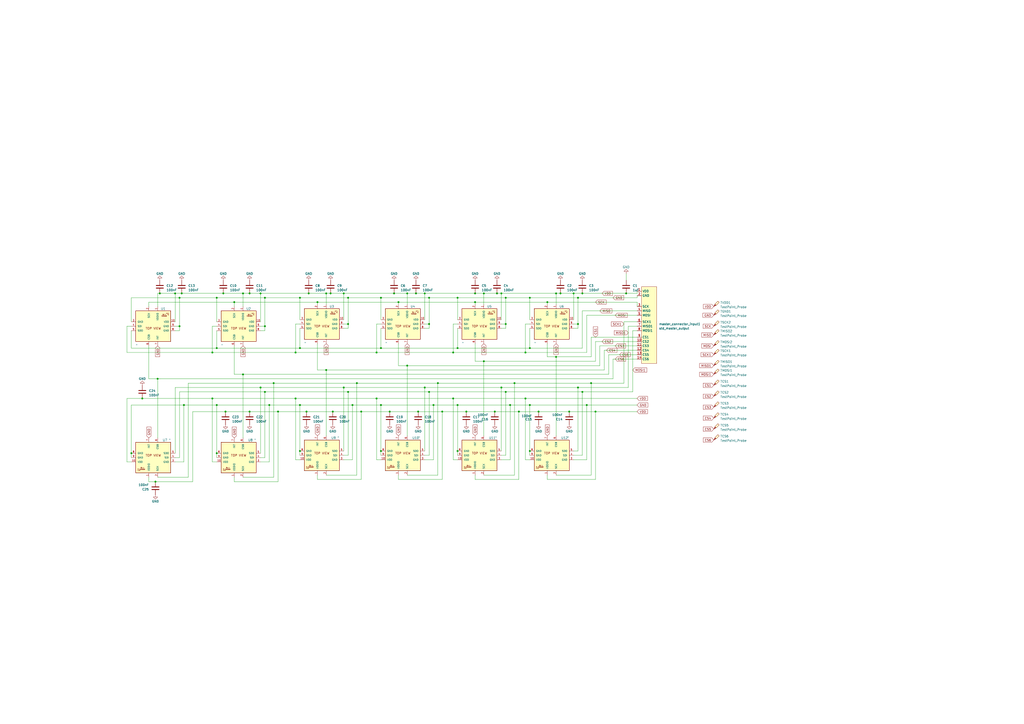
<source format=kicad_sch>
(kicad_sch (version 20230121) (generator eeschema)
  (paper "A2")
  (lib_symbols
    (symbol "BMP581_symbol:BMP581" (pin_names (offset 1.016))
      (property "Reference" "U" (at -10.16 10.414 0))
      (symbol "BMP581_0_0"
        (rectangle (start -10.16 10.16) (end 10.16 -7.62) (stroke (width 0.254)) (fill (type background)))
        (pin power_in line (at 2.54 12.7 270) (length 2.54) (name "VDDIO") (number "1"))
        (pin power_in line (at 12.7 3.81 180) (length 2.54) (name "VDD") (number "10"))
        (pin power_in line (at -12.7 3.81 0) (length 2.54) (name "GND") (number "3"))
        (pin input line (at -2.54 -10.16 90) (length 2.54) (name "CSB") (number "6"))
        (pin output line (at 2.54 -10.16 90) (length 2.54) (name "INT") (number "7"))
        (pin power_in line (at 12.7 -1.27 180) (length 2.54) (name "GND") (number "8"))
        (pin power_in line (at 12.7 1.27 180) (length 2.54) (name "GND") (number "9"))
      )
      (symbol "BMP581_1_0"
        (pin input line (at -2.54 12.7 270) (length 2.54) (name "SCK") (number "2"))
        (pin bidirectional line (at -12.7 1.27 0) (length 2.54) (name "SDI") (number "4"))
        (pin bidirectional line (at -12.7 -1.27 0) (length 2.54) (name "SDO") (number "5"))
      )
      (symbol "BMP581_1_1"
        (polyline (pts (xy 7.62 8.89) (xy 8.89 8.89) (xy 8.89 7.62) (xy 7.62 8.89)))
        (text "Pin 1\nIndicator" (at 6.35 7.62 0) (effects (font (size 0.5 0.5))))
        (text "TOP VIEW" (at 0 0 0) (effects (font (size 1.27 1.27))))
      )
    )
    (symbol "BMP581_symbol:std_master_output"
      (property "Reference" "master_connector_input" (at -1.27 27.94 0))
      (property "Value" "std_master_output" (at 0 -21.59 0))
      (symbol "std_master_output_1_1"
        (rectangle (start -5.08 25.4) (end 3.81 -19.05) (fill (type background)))
        (pin output line (at 6.35 22.86 180) (length 2.54) (name "VDD") (number "1"))
        (pin output line (at 6.35 -6.35 180) (length 2.54) (name "CS2") (number "10"))
        (pin output line (at 6.35 -8.89 180) (length 2.54) (name "CS3") (number "11"))
        (pin output line (at 6.35 -11.43 180) (length 2.54) (name "CS4") (number "12"))
        (pin output line (at 6.35 -13.97 180) (length 2.54) (name "CS5") (number "13"))
        (pin output line (at 6.35 -16.51 180) (length 2.54) (name "CS6") (number "14"))
        (pin output line (at 6.35 20.32 180) (length 2.54) (name "GND") (number "2"))
        (pin output line (at 6.35 13.97 180) (length 2.54) (name "SCK") (number "3"))
        (pin input line (at 6.35 11.43 180) (length 2.54) (name "MISO") (number "4"))
        (pin output line (at 6.35 8.89 180) (length 2.54) (name "MOSI") (number "5"))
        (pin output line (at 6.35 5.08 180) (length 2.54) (name "SCK1") (number "6"))
        (pin input line (at 6.35 2.54 180) (length 2.54) (name "MISO1") (number "7"))
        (pin output line (at 6.35 0 180) (length 2.54) (name "MOSI1") (number "8"))
        (pin output line (at 6.35 -3.81 180) (length 2.54) (name "CS1") (number "9"))
      )
    )
    (symbol "Connector:TestPoint_Probe" (pin_numbers hide) (pin_names (offset 0.762) hide)
      (property "Reference" "TP" (at 1.651 5.842 0))
      (property "Value" "TestPoint_Probe" (at 1.651 4.064 0))
      (symbol "TestPoint_Probe_0_1"
        (polyline (pts (xy 1.27 0.762) (xy 0 0) (xy 0.762 1.27) (xy 1.27 0.762)) (fill (type outline)))
        (polyline (pts (xy 1.397 0.635) (xy 0.635 1.397) (xy 2.413 3.175) (xy 3.175 2.413) (xy 1.397 0.635)) (fill (type background)))
      )
      (symbol "TestPoint_Probe_1_1"
        (pin passive line (at 0 0 90) (length 0) (name "1") (number "1"))
      )
    )
    (symbol "Device:C" (pin_numbers hide) (pin_names (offset 0.254))
      (property "Reference" "C" (at 0.635 2.54 0))
      (property "Value" "C" (at 0.635 -2.54 0))
      (symbol "C_0_1"
        (polyline (pts (xy -2.032 -0.762) (xy 2.032 -0.762)) (stroke (width 0.508)))
        (polyline (pts (xy -2.032 0.762) (xy 2.032 0.762)) (stroke (width 0.508)))
      )
      (symbol "C_1_1"
        (pin passive line (at 0 3.81 270) (length 2.794) (name "~") (number "1"))
        (pin passive line (at 0 -3.81 90) (length 2.794) (name "~") (number "2"))
      )
    )
    (symbol "power:GND" (power) (pin_names (offset 0))
      (property "Value" "GND" (at 0 -3.81 0))
      (symbol "GND_0_1"
        (polyline (pts (xy 0 0) (xy 0 -1.27) (xy 1.27 -1.27) (xy 0 -2.54) (xy -1.27 -1.27) (xy 0 -1.27)))
      )
      (symbol "GND_1_1"
        (pin power_in line (at 0 0 270) (length 0) hide (name "GND") (number "1"))
      )
    )
  )
  (junction (at 280.67 170.18))
  (junction (at 184.15 175.26))
  (junction (at 201.93 227.33))
  (junction (at 256.54 238.76))
  (junction (at 104.14 172.72))
  (junction (at 275.59 170.18))
  (junction (at 82.55 231.14))
  (junction (at 220.98 234.95))
  (junction (at 207.01 222.25))
  (junction (at 125.73 262.89))
  (junction (at 189.23 214.63))
  (junction (at 342.9 222.25))
  (junction (at 304.8 204.47))
  (junction (at 199.39 170.18))
  (junction (at 104.14 189.23))
  (junction (at 265.43 261.62))
  (junction (at 171.45 231.14))
  (junction (at 265.43 234.95))
  (junction (at 290.83 224.79))
  (junction (at 330.2 238.76))
  (junction (at 125.73 201.93))
  (junction (at 156.21 234.95))
  (junction (at 135.89 175.26))
  (junction (at 307.34 201.93))
  (junction (at 312.42 238.76))
  (junction (at 241.3 170.18))
  (junction (at 304.8 231.14))
  (junction (at 179.07 170.18))
  (junction (at 307.34 261.62))
  (junction (at 265.43 201.93))
  (junction (at 151.13 224.79))
  (junction (at 158.75 222.25))
  (junction (at 248.92 227.33))
  (junction (at 91.44 219.71))
  (junction (at 153.67 189.23))
  (junction (at 254 222.25))
  (junction (at 101.6 170.18))
  (junction (at 246.38 224.79))
  (junction (at 193.04 238.76))
  (junction (at 251.46 234.95))
  (junction (at 173.99 172.72))
  (junction (at 199.39 224.79))
  (junction (at 265.43 172.72))
  (junction (at 236.22 170.18))
  (junction (at 226.06 238.76))
  (junction (at 140.97 217.17))
  (junction (at 322.58 207.01))
  (junction (at 236.22 212.09))
  (junction (at 153.67 172.72))
  (junction (at 270.51 238.76))
  (junction (at 151.13 170.18))
  (junction (at 242.57 238.76))
  (junction (at 209.55 238.76))
  (junction (at 90.17 279.4))
  (junction (at 220.98 172.72))
  (junction (at 171.45 204.47))
  (junction (at 345.44 238.76))
  (junction (at 248.92 172.72))
  (junction (at 218.44 204.47))
  (junction (at 340.36 234.95))
  (junction (at 105.41 170.18))
  (junction (at 248.92 187.96))
  (junction (at 144.78 238.76))
  (junction (at 287.02 238.76))
  (junction (at 123.19 231.14))
  (junction (at 191.77 170.18))
  (junction (at 173.99 261.62))
  (junction (at 337.82 170.18))
  (junction (at 293.37 227.33))
  (junction (at 293.37 172.72))
  (junction (at 204.47 234.95))
  (junction (at 293.37 187.96))
  (junction (at 290.83 170.18))
  (junction (at 161.29 238.76))
  (junction (at 295.91 234.95))
  (junction (at 288.29 170.18))
  (junction (at 262.89 204.47))
  (junction (at 92.71 170.18))
  (junction (at 144.78 170.18))
  (junction (at 123.19 204.47))
  (junction (at 130.81 238.76))
  (junction (at 325.12 170.18))
  (junction (at 307.34 234.95))
  (junction (at 173.99 201.93))
  (junction (at 76.2 262.89))
  (junction (at 231.14 175.26))
  (junction (at 298.45 222.25))
  (junction (at 220.98 261.62))
  (junction (at 153.67 227.33))
  (junction (at 173.99 234.95))
  (junction (at 275.59 175.26))
  (junction (at 201.93 172.72))
  (junction (at 177.8 238.76))
  (junction (at 335.28 224.79))
  (junction (at 125.73 172.72))
  (junction (at 106.68 234.95))
  (junction (at 246.38 170.18))
  (junction (at 262.89 231.14))
  (junction (at 189.23 170.18))
  (junction (at 322.58 170.18))
  (junction (at 228.6 170.18))
  (junction (at 140.97 170.18))
  (junction (at 335.28 187.96))
  (junction (at 335.28 172.72))
  (junction (at 129.54 170.18))
  (junction (at 337.82 227.33))
  (junction (at 218.44 231.14))
  (junction (at 307.34 172.72))
  (junction (at 220.98 201.93))
  (junction (at 125.73 234.95))
  (junction (at 201.93 187.96))
  (junction (at 280.67 209.55))
  (junction (at 317.5 175.26))
  (junction (at 332.74 170.18))
  (junction (at 363.22 170.18))
  (junction (at 300.99 238.76))
  (wire (pts (xy 364.49 189.23) (xy 364.49 224.79)))
  (wire (pts (xy 201.93 227.33) (xy 201.93 264.16)))
  (wire (pts (xy 340.36 234.95) (xy 369.57 234.95)))
  (wire (pts (xy 248.92 227.33) (xy 293.37 227.33)))
  (wire (pts (xy 317.5 176.53) (xy 317.5 175.26)))
  (wire (pts (xy 280.67 209.55) (xy 345.44 209.55)))
  (wire (pts (xy 293.37 172.72) (xy 293.37 187.96)))
  (wire (pts (xy 307.34 234.95) (xy 340.36 234.95)))
  (wire (pts (xy 76.2 234.95) (xy 76.2 262.89)))
  (wire (pts (xy 342.9 222.25) (xy 361.95 222.25)))
  (wire (pts (xy 173.99 190.5) (xy 173.99 201.93)))
  (wire (pts (xy 347.98 212.09) (xy 347.98 200.66)))
  (wire (pts (xy 307.34 190.5) (xy 307.34 201.93)))
  (wire (pts (xy 76.2 186.69) (xy 76.2 172.72)))
  (wire (pts (xy 367.03 191.77) (xy 367.03 227.33)))
  (wire (pts (xy 76.2 189.23) (xy 73.66 189.23)))
  (wire (pts (xy 353.06 217.17) (xy 353.06 205.74)))
  (wire (pts (xy 76.2 191.77) (xy 76.2 201.93)))
  (wire (pts (xy 262.89 231.14) (xy 304.8 231.14)))
  (wire (pts (xy 76.2 267.97) (xy 73.66 267.97)))
  (wire (pts (xy 123.19 204.47) (xy 171.45 204.47)))
  (wire (pts (xy 342.9 222.25) (xy 342.9 275.59)))
  (wire (pts (xy 295.91 234.95) (xy 295.91 266.7)))
  (wire (pts (xy 129.54 170.18) (xy 140.97 170.18)))
  (wire (pts (xy 101.6 224.79) (xy 101.6 262.89)))
  (wire (pts (xy 101.6 265.43) (xy 104.14 265.43)))
  (wire (pts (xy 369.57 171.45) (xy 369.57 172.72)))
  (wire (pts (xy 218.44 204.47) (xy 262.89 204.47)))
  (wire (pts (xy 123.19 189.23) (xy 123.19 204.47)))
  (wire (pts (xy 265.43 234.95) (xy 295.91 234.95)))
  (wire (pts (xy 369.57 170.18) (xy 369.57 168.91)))
  (wire (pts (xy 256.54 238.76) (xy 256.54 278.13)))
  (wire (pts (xy 153.67 172.72) (xy 153.67 189.23)))
  (wire (pts (xy 304.8 231.14) (xy 369.57 231.14)))
  (wire (pts (xy 76.2 234.95) (xy 106.68 234.95)))
  (wire (pts (xy 280.67 275.59) (xy 298.45 275.59)))
  (wire (pts (xy 337.82 227.33) (xy 337.82 264.16)))
  (wire (pts (xy 218.44 187.96) (xy 218.44 204.47)))
  (wire (pts (xy 369.57 172.72) (xy 335.28 172.72)))
  (wire (pts (xy 125.73 172.72) (xy 104.14 172.72)))
  (wire (pts (xy 265.43 172.72) (xy 248.92 172.72)))
  (wire (pts (xy 153.67 265.43) (xy 153.67 227.33)))
  (wire (pts (xy 265.43 190.5) (xy 265.43 201.93)))
  (wire (pts (xy 342.9 275.59) (xy 322.58 275.59)))
  (wire (pts (xy 220.98 172.72) (xy 248.92 172.72)))
  (wire (pts (xy 335.28 190.5) (xy 335.28 187.96)))
  (wire (pts (xy 335.28 261.62) (xy 332.74 261.62)))
  (wire (pts (xy 189.23 275.59) (xy 207.01 275.59)))
  (wire (pts (xy 312.42 238.76) (xy 330.2 238.76)))
  (wire (pts (xy 345.44 198.12) (xy 369.57 198.12)))
  (wire (pts (xy 184.15 176.53) (xy 184.15 175.26)))
  (wire (pts (xy 86.36 219.71) (xy 91.44 219.71)))
  (wire (pts (xy 135.89 175.26) (xy 184.15 175.26)))
  (wire (pts (xy 199.39 170.18) (xy 199.39 185.42)))
  (wire (pts (xy 92.71 170.18) (xy 101.6 170.18)))
  (wire (pts (xy 104.14 265.43) (xy 104.14 227.33)))
  (wire (pts (xy 298.45 222.25) (xy 342.9 222.25)))
  (wire (pts (xy 220.98 172.72) (xy 201.93 172.72)))
  (wire (pts (xy 179.07 170.18) (xy 189.23 170.18)))
  (wire (pts (xy 275.59 175.26) (xy 317.5 175.26)))
  (wire (pts (xy 246.38 170.18) (xy 246.38 185.42)))
  (wire (pts (xy 342.9 207.01) (xy 342.9 195.58)))
  (wire (pts (xy 290.83 264.16) (xy 293.37 264.16)))
  (wire (pts (xy 101.6 224.79) (xy 151.13 224.79)))
  (wire (pts (xy 350.52 203.2) (xy 369.57 203.2)))
  (wire (pts (xy 184.15 275.59) (xy 184.15 278.13)))
  (wire (pts (xy 158.75 222.25) (xy 207.01 222.25)))
  (wire (pts (xy 207.01 222.25) (xy 254 222.25)))
  (wire (pts (xy 307.34 261.62) (xy 307.34 264.16)))
  (wire (pts (xy 209.55 278.13) (xy 209.55 238.76)))
  (wire (pts (xy 246.38 224.79) (xy 246.38 261.62)))
  (wire (pts (xy 173.99 172.72) (xy 201.93 172.72)))
  (wire (pts (xy 340.36 266.7) (xy 332.74 266.7)))
  (wire (pts (xy 242.57 238.76) (xy 256.54 238.76)))
  (wire (pts (xy 151.13 191.77) (xy 153.67 191.77)))
  (wire (pts (xy 125.73 189.23) (xy 123.19 189.23)))
  (wire (pts (xy 125.73 267.97) (xy 123.19 267.97)))
  (wire (pts (xy 369.57 189.23) (xy 364.49 189.23)))
  (wire (pts (xy 135.89 217.17) (xy 140.97 217.17)))
  (wire (pts (xy 270.51 238.76) (xy 287.02 238.76)))
  (wire (pts (xy 335.28 172.72) (xy 335.28 187.96)))
  (wire (pts (xy 135.89 279.4) (xy 161.29 279.4)))
  (wire (pts (xy 151.13 170.18) (xy 151.13 186.69)))
  (wire (pts (xy 231.14 212.09) (xy 236.22 212.09)))
  (wire (pts (xy 317.5 175.26) (xy 369.57 175.26)))
  (wire (pts (xy 144.78 170.18) (xy 151.13 170.18)))
  (wire (pts (xy 231.14 175.26) (xy 275.59 175.26)))
  (wire (pts (xy 236.22 170.18) (xy 236.22 176.53)))
  (wire (pts (xy 106.68 234.95) (xy 125.73 234.95)))
  (wire (pts (xy 111.76 238.76) (xy 130.81 238.76)))
  (wire (pts (xy 317.5 207.01) (xy 322.58 207.01)))
  (wire (pts (xy 361.95 186.69) (xy 361.95 222.25)))
  (wire (pts (xy 204.47 234.95) (xy 220.98 234.95)))
  (wire (pts (xy 304.8 204.47) (xy 340.36 204.47)))
  (wire (pts (xy 91.44 219.71) (xy 355.6 219.71)))
  (wire (pts (xy 140.97 217.17) (xy 140.97 254)))
  (wire (pts (xy 86.36 177.8) (xy 86.36 175.26)))
  (wire (pts (xy 280.67 209.55) (xy 280.67 252.73)))
  (wire (pts (xy 144.78 238.76) (xy 161.29 238.76)))
  (wire (pts (xy 241.3 170.18) (xy 246.38 170.18)))
  (wire (pts (xy 254 222.25) (xy 298.45 222.25)))
  (wire (pts (xy 151.13 267.97) (xy 156.21 267.97)))
  (wire (pts (xy 189.23 214.63) (xy 189.23 252.73)))
  (wire (pts (xy 91.44 219.71) (xy 91.44 254)))
  (wire (pts (xy 76.2 172.72) (xy 104.14 172.72)))
  (wire (pts (xy 293.37 227.33) (xy 337.82 227.33)))
  (wire (pts (xy 173.99 261.62) (xy 173.99 264.16)))
  (wire (pts (xy 218.44 266.7) (xy 218.44 231.14)))
  (wire (pts (xy 332.74 170.18) (xy 337.82 170.18)))
  (wire (pts (xy 228.6 170.18) (xy 236.22 170.18)))
  (wire (pts (xy 140.97 217.17) (xy 353.06 217.17)))
  (wire (pts (xy 332.74 264.16) (xy 337.82 264.16)))
  (wire (pts (xy 106.68 267.97) (xy 106.68 234.95)))
  (wire (pts (xy 248.92 187.96) (xy 246.38 187.96)))
  (wire (pts (xy 295.91 234.95) (xy 307.34 234.95)))
  (wire (pts (xy 90.17 279.4) (xy 111.76 279.4)))
  (wire (pts (xy 153.67 189.23) (xy 151.13 189.23)))
  (wire (pts (xy 322.58 207.01) (xy 322.58 252.73)))
  (wire (pts (xy 262.89 204.47) (xy 304.8 204.47)))
  (wire (pts (xy 153.67 191.77) (xy 153.67 189.23)))
  (wire (pts (xy 173.99 266.7) (xy 171.45 266.7)))
  (wire (pts (xy 173.99 234.95) (xy 204.47 234.95)))
  (wire (pts (xy 293.37 187.96) (xy 293.37 190.5)))
  (wire (pts (xy 231.14 199.39) (xy 231.14 212.09)))
  (wire (pts (xy 73.66 204.47) (xy 123.19 204.47)))
  (wire (pts (xy 307.34 201.93) (xy 337.82 201.93)))
  (wire (pts (xy 262.89 231.14) (xy 262.89 266.7)))
  (wire (pts (xy 101.6 170.18) (xy 105.41 170.18)))
  (wire (pts (xy 347.98 200.66) (xy 369.57 200.66)))
  (wire (pts (xy 82.55 231.14) (xy 123.19 231.14)))
  (wire (pts (xy 304.8 266.7) (xy 307.34 266.7)))
  (wire (pts (xy 171.45 204.47) (xy 218.44 204.47)))
  (wire (pts (xy 248.92 187.96) (xy 248.92 190.5)))
  (wire (pts (xy 189.23 170.18) (xy 191.77 170.18)))
  (wire (pts (xy 275.59 278.13) (xy 300.99 278.13)))
  (wire (pts (xy 317.5 278.13) (xy 317.5 275.59)))
  (wire (pts (xy 184.15 199.39) (xy 184.15 214.63)))
  (wire (pts (xy 125.73 191.77) (xy 125.73 201.93)))
  (wire (pts (xy 350.52 214.63) (xy 350.52 203.2)))
  (wire (pts (xy 193.04 238.76) (xy 209.55 238.76)))
  (wire (pts (xy 156.21 234.95) (xy 173.99 234.95)))
  (wire (pts (xy 76.2 201.93) (xy 125.73 201.93)))
  (wire (pts (xy 125.73 234.95) (xy 156.21 234.95)))
  (wire (pts (xy 363.22 170.18) (xy 369.57 170.18)))
  (wire (pts (xy 275.59 170.18) (xy 280.67 170.18)))
  (wire (pts (xy 140.97 276.86) (xy 158.75 276.86)))
  (wire (pts (xy 158.75 222.25) (xy 158.75 276.86)))
  (wire (pts (xy 236.22 212.09) (xy 236.22 252.73)))
  (wire (pts (xy 287.02 238.76) (xy 300.99 238.76)))
  (wire (pts (xy 231.14 275.59) (xy 231.14 278.13)))
  (wire (pts (xy 280.67 170.18) (xy 288.29 170.18)))
  (wire (pts (xy 140.97 170.18) (xy 140.97 177.8)))
  (wire (pts (xy 236.22 212.09) (xy 347.98 212.09)))
  (wire (pts (xy 345.44 238.76) (xy 345.44 278.13)))
  (wire (pts (xy 184.15 278.13) (xy 209.55 278.13)))
  (wire (pts (xy 151.13 170.18) (xy 179.07 170.18)))
  (wire (pts (xy 76.2 262.89) (xy 76.2 265.43)))
  (wire (pts (xy 151.13 224.79) (xy 199.39 224.79)))
  (wire (pts (xy 220.98 234.95) (xy 251.46 234.95)))
  (wire (pts (xy 184.15 214.63) (xy 189.23 214.63)))
  (wire (pts (xy 248.92 190.5) (xy 246.38 190.5)))
  (wire (pts (xy 199.39 170.18) (xy 228.6 170.18)))
  (wire (pts (xy 332.74 190.5) (xy 335.28 190.5)))
  (wire (pts (xy 231.14 176.53) (xy 231.14 175.26)))
  (wire (pts (xy 201.93 172.72) (xy 201.93 187.96)))
  (wire (pts (xy 275.59 209.55) (xy 280.67 209.55)))
  (wire (pts (xy 173.99 185.42) (xy 173.99 172.72)))
  (wire (pts (xy 236.22 170.18) (xy 241.3 170.18)))
  (wire (pts (xy 335.28 224.79) (xy 364.49 224.79)))
  (wire (pts (xy 189.23 170.18) (xy 189.23 176.53)))
  (wire (pts (xy 161.29 238.76) (xy 177.8 238.76)))
  (wire (pts (xy 251.46 266.7) (xy 251.46 234.95)))
  (wire (pts (xy 290.83 224.79) (xy 335.28 224.79)))
  (wire (pts (xy 201.93 227.33) (xy 248.92 227.33)))
  (wire (pts (xy 91.44 276.86) (xy 109.22 276.86)))
  (wire (pts (xy 340.36 204.47) (xy 340.36 182.88)))
  (wire (pts (xy 220.98 190.5) (xy 220.98 201.93)))
  (wire (pts (xy 265.43 172.72) (xy 265.43 185.42)))
  (wire (pts (xy 322.58 170.18) (xy 325.12 170.18)))
  (wire (pts (xy 265.43 187.96) (xy 262.89 187.96)))
  (wire (pts (xy 251.46 234.95) (xy 265.43 234.95)))
  (wire (pts (xy 275.59 199.39) (xy 275.59 209.55)))
  (wire (pts (xy 156.21 267.97) (xy 156.21 234.95)))
  (wire (pts (xy 91.44 177.8) (xy 91.44 170.18)))
  (wire (pts (xy 275.59 176.53) (xy 275.59 175.26)))
  (wire (pts (xy 201.93 187.96) (xy 201.93 190.5)))
  (wire (pts (xy 104.14 227.33) (xy 153.67 227.33)))
  (wire (pts (xy 153.67 227.33) (xy 201.93 227.33)))
  (wire (pts (xy 177.8 238.76) (xy 193.04 238.76)))
  (wire (pts (xy 337.82 201.93) (xy 337.82 180.34)))
  (wire (pts (xy 337.82 180.34) (xy 369.57 180.34)))
  (wire (pts (xy 104.14 189.23) (xy 104.14 191.77)))
  (wire (pts (xy 340.36 234.95) (xy 340.36 266.7)))
  (wire (pts (xy 220.98 187.96) (xy 218.44 187.96)))
  (wire (pts (xy 369.57 186.69) (xy 361.95 186.69)))
  (wire (pts (xy 125.73 201.93) (xy 173.99 201.93)))
  (wire (pts (xy 104.14 172.72) (xy 104.14 189.23)))
  (wire (pts (xy 151.13 265.43) (xy 153.67 265.43)))
  (wire (pts (xy 275.59 275.59) (xy 275.59 278.13)))
  (wire (pts (xy 307.34 234.95) (xy 307.34 261.62)))
  (wire (pts (xy 109.22 276.86) (xy 109.22 222.25)))
  (wire (pts (xy 220.98 201.93) (xy 265.43 201.93)))
  (wire (pts (xy 300.99 238.76) (xy 300.99 278.13)))
  (wire (pts (xy 189.23 214.63) (xy 350.52 214.63)))
  (wire (pts (xy 125.73 172.72) (xy 153.67 172.72)))
  (wire (pts (xy 293.37 172.72) (xy 265.43 172.72)))
  (wire (pts (xy 246.38 224.79) (xy 290.83 224.79)))
  (wire (pts (xy 86.36 279.4) (xy 90.17 279.4)))
  (wire (pts (xy 265.43 234.95) (xy 265.43 261.62)))
  (wire (pts (xy 246.38 170.18) (xy 275.59 170.18)))
  (wire (pts (xy 342.9 195.58) (xy 369.57 195.58)))
  (wire (pts (xy 363.22 158.75) (xy 363.22 162.56)))
  (wire (pts (xy 304.8 231.14) (xy 304.8 266.7)))
  (wire (pts (xy 307.34 172.72) (xy 293.37 172.72)))
  (wire (pts (xy 91.44 170.18) (xy 92.71 170.18)))
  (wire (pts (xy 322.58 170.18) (xy 322.58 176.53)))
  (wire (pts (xy 191.77 170.18) (xy 199.39 170.18)))
  (wire (pts (xy 109.22 222.25) (xy 158.75 222.25)))
  (wire (pts (xy 288.29 170.18) (xy 290.83 170.18)))
  (wire (pts (xy 254 275.59) (xy 254 222.25)))
  (wire (pts (xy 218.44 231.14) (xy 262.89 231.14)))
  (wire (pts (xy 290.83 170.18) (xy 290.83 185.42)))
  (wire (pts (xy 246.38 266.7) (xy 251.46 266.7)))
  (wire (pts (xy 265.43 261.62) (xy 265.43 264.16)))
  (wire (pts (xy 173.99 172.72) (xy 153.67 172.72)))
  (wire (pts (xy 173.99 187.96) (xy 171.45 187.96)))
  (wire (pts (xy 184.15 175.26) (xy 231.14 175.26)))
  (wire (pts (xy 345.44 209.55) (xy 345.44 198.12)))
  (wire (pts (xy 207.01 222.25) (xy 207.01 275.59)))
  (wire (pts (xy 73.66 189.23) (xy 73.66 204.47)))
  (wire (pts (xy 335.28 224.79) (xy 335.28 261.62)))
  (wire (pts (xy 171.45 231.14) (xy 218.44 231.14)))
  (wire (pts (xy 220.98 266.7) (xy 218.44 266.7)))
  (wire (pts (xy 345.44 278.13) (xy 317.5 278.13)))
  (wire (pts (xy 130.81 238.76) (xy 144.78 238.76)))
  (wire (pts (xy 135.89 200.66) (xy 135.89 217.17)))
  (wire (pts (xy 86.36 276.86) (xy 86.36 279.4)))
  (wire (pts (xy 125.73 262.89) (xy 125.73 265.43)))
  (wire (pts (xy 125.73 234.95) (xy 125.73 262.89)))
  (wire (pts (xy 355.6 219.71) (xy 355.6 208.28)))
  (wire (pts (xy 161.29 279.4) (xy 161.29 238.76)))
  (wire (pts (xy 355.6 208.28) (xy 369.57 208.28)))
  (wire (pts (xy 369.57 175.26) (xy 369.57 177.8)))
  (wire (pts (xy 307.34 172.72) (xy 307.34 185.42)))
  (wire (pts (xy 135.89 177.8) (xy 135.89 175.26)))
  (wire (pts (xy 330.2 238.76) (xy 345.44 238.76)))
  (wire (pts (xy 135.89 276.86) (xy 135.89 279.4)))
  (wire (pts (xy 125.73 186.69) (xy 125.73 172.72)))
  (wire (pts (xy 86.36 175.26) (xy 135.89 175.26)))
  (wire (pts (xy 73.66 231.14) (xy 82.55 231.14)))
  (wire (pts (xy 335.28 172.72) (xy 307.34 172.72)))
  (wire (pts (xy 332.74 170.18) (xy 332.74 185.42)))
  (wire (pts (xy 295.91 266.7) (xy 290.83 266.7)))
  (wire (pts (xy 140.97 170.18) (xy 144.78 170.18)))
  (wire (pts (xy 262.89 187.96) (xy 262.89 204.47)))
  (wire (pts (xy 151.13 224.79) (xy 151.13 262.89)))
  (wire (pts (xy 293.37 264.16) (xy 293.37 227.33)))
  (wire (pts (xy 293.37 190.5) (xy 290.83 190.5)))
  (wire (pts (xy 345.44 238.76) (xy 369.57 238.76)))
  (wire (pts (xy 248.92 172.72) (xy 248.92 187.96)))
  (wire (pts (xy 248.92 264.16) (xy 248.92 227.33)))
  (wire (pts (xy 325.12 170.18) (xy 332.74 170.18)))
  (wire (pts (xy 105.41 170.18) (xy 129.54 170.18)))
  (wire (pts (xy 317.5 199.39) (xy 317.5 207.01)))
  (wire (pts (xy 262.89 266.7) (xy 265.43 266.7)))
  (wire (pts (xy 101.6 186.69) (xy 101.6 170.18)))
  (wire (pts (xy 307.34 187.96) (xy 304.8 187.96)))
  (wire (pts (xy 353.06 205.74) (xy 369.57 205.74)))
  (wire (pts (xy 209.55 238.76) (xy 226.06 238.76)))
  (wire (pts (xy 280.67 170.18) (xy 280.67 176.53)))
  (wire (pts (xy 201.93 187.96) (xy 199.39 187.96)))
  (wire (pts (xy 171.45 231.14) (xy 171.45 266.7)))
  (wire (pts (xy 101.6 191.77) (xy 104.14 191.77)))
  (wire (pts (xy 340.36 182.88) (xy 369.57 182.88)))
  (wire (pts (xy 171.45 187.96) (xy 171.45 204.47)))
  (wire (pts (xy 265.43 201.93) (xy 307.34 201.93)))
  (wire (pts (xy 199.39 264.16) (xy 201.93 264.16)))
  (wire (pts (xy 73.66 231.14) (xy 73.66 267.97)))
  (wire (pts (xy 300.99 238.76) (xy 312.42 238.76)))
  (wire (pts (xy 173.99 234.95) (xy 173.99 261.62)))
  (wire (pts (xy 246.38 264.16) (xy 248.92 264.16)))
  (wire (pts (xy 226.06 238.76) (xy 242.57 238.76)))
  (wire (pts (xy 337.82 227.33) (xy 367.03 227.33)))
  (wire (pts (xy 231.14 278.13) (xy 256.54 278.13)))
  (wire (pts (xy 204.47 266.7) (xy 204.47 234.95)))
  (wire (pts (xy 199.39 224.79) (xy 199.39 261.62)))
  (wire (pts (xy 304.8 187.96) (xy 304.8 204.47)))
  (wire (pts (xy 290.83 170.18) (xy 322.58 170.18)))
  (wire (pts (xy 199.39 224.79) (xy 246.38 224.79)))
  (wire (pts (xy 104.14 189.23) (xy 101.6 189.23)))
  (wire (pts (xy 220.98 185.42) (xy 220.98 172.72)))
  (wire (pts (xy 337.82 170.18) (xy 363.22 170.18)))
  (wire (pts (xy 199.39 266.7) (xy 204.47 266.7)))
  (wire (pts (xy 123.19 267.97) (xy 123.19 231.14)))
  (wire (pts (xy 201.93 190.5) (xy 199.39 190.5)))
  (wire (pts (xy 335.28 187.96) (xy 332.74 187.96)))
  (wire (pts (xy 111.76 279.4) (xy 111.76 238.76)))
  (wire (pts (xy 236.22 275.59) (xy 254 275.59)))
  (wire (pts (xy 86.36 200.66) (xy 86.36 219.71)))
  (wire (pts (xy 220.98 261.62) (xy 220.98 264.16)))
  (wire (pts (xy 369.57 191.77) (xy 367.03 191.77)))
  (wire (pts (xy 322.58 207.01) (xy 342.9 207.01)))
  (wire (pts (xy 123.19 231.14) (xy 171.45 231.14)))
  (wire (pts (xy 220.98 234.95) (xy 220.98 261.62)))
  (wire (pts (xy 256.54 238.76) (xy 270.51 238.76)))
  (wire (pts (xy 298.45 222.25) (xy 298.45 275.59)))
  (wire (pts (xy 290.83 224.79) (xy 290.83 261.62)))
  (wire (pts (xy 293.37 187.96) (xy 290.83 187.96)))
  (wire (pts (xy 101.6 267.97) (xy 106.68 267.97)))
  (wire (pts (xy 173.99 201.93) (xy 220.98 201.93)))
  (global_label "GND" (shape input) (at 280.67 199.39 270) (property "Intersheetrefs" "${INTERSHEET_REFS}" (effects hide)))
  (global_label "GND" (shape input) (at 86.36 254 90) (property "Intersheetrefs" "${INTERSHEET_REFS}" (effects hide)))
  (global_label "SCK" (shape input) (at 414.02 189.23 180) (property "Intersheetrefs" "${INTERSHEET_REFS}" (effects hide)))
  (global_label "VDD" (shape input) (at 369.57 238.76 0) (property "Intersheetrefs" "${INTERSHEET_REFS}" (effects hide)))
  (global_label "CS6" (shape input) (at 356.87 208.28 0) (property "Intersheetrefs" "${INTERSHEET_REFS}" (effects hide)))
  (global_label "GND" (shape input) (at 135.89 254 90) (property "Intersheetrefs" "${INTERSHEET_REFS}" (effects hide)))
  (global_label "CS3" (shape input) (at 414.02 236.22 180) (property "Intersheetrefs" "${INTERSHEET_REFS}" (effects hide)))
  (global_label "CS1" (shape input) (at 345.44 195.58 90) (property "Intersheetrefs" "${INTERSHEET_REFS}" (effects hide)))
  (global_label "GND" (shape input) (at 317.5 252.73 90) (property "Intersheetrefs" "${INTERSHEET_REFS}" (effects hide)))
  (global_label "GND" (shape input) (at 275.59 252.73 90) (property "Intersheetrefs" "${INTERSHEET_REFS}" (effects hide)))
  (global_label "GND" (shape input) (at 414.02 182.88 180) (property "Intersheetrefs" "${INTERSHEET_REFS}" (effects hide)))
  (global_label "MISO1" (shape input) (at 414.02 212.09 180) (property "Intersheetrefs" "${INTERSHEET_REFS}" (effects hide)))
  (global_label "CS1" (shape input) (at 414.02 223.52 180) (property "Intersheetrefs" "${INTERSHEET_REFS}" (effects hide)))
  (global_label "MISO1" (shape input) (at 364.49 193.04 180) (property "Intersheetrefs" "${INTERSHEET_REFS}" (effects hide)))
  (global_label "CS5" (shape input) (at 414.02 248.92 180) (property "Intersheetrefs" "${INTERSHEET_REFS}" (effects hide)))
  (global_label "GND" (shape input) (at 231.14 252.73 90) (property "Intersheetrefs" "${INTERSHEET_REFS}" (effects hide)))
  (global_label "CS3" (shape input) (at 356.87 200.66 0) (property "Intersheetrefs" "${INTERSHEET_REFS}" (effects hide)))
  (global_label "SCK1" (shape input) (at 361.95 187.96 180) (property "Intersheetrefs" "${INTERSHEET_REFS}" (effects hide)))
  (global_label "CS2" (shape input) (at 349.25 198.12 0) (property "Intersheetrefs" "${INTERSHEET_REFS}" (effects hide)))
  (global_label "MOSI" (shape input) (at 356.87 182.88 0) (property "Intersheetrefs" "${INTERSHEET_REFS}" (effects hide)))
  (global_label "MOSI" (shape input) (at 414.02 200.66 180) (property "Intersheetrefs" "${INTERSHEET_REFS}" (effects hide)))
  (global_label "MISO" (shape input) (at 347.98 180.34 0) (property "Intersheetrefs" "${INTERSHEET_REFS}" (effects hide)))
  (global_label "GND" (shape input) (at 236.22 199.39 270) (property "Intersheetrefs" "${INTERSHEET_REFS}" (effects hide)))
  (global_label "GND" (shape input) (at 91.44 200.66 270) (property "Intersheetrefs" "${INTERSHEET_REFS}" (effects hide)))
  (global_label "SCK1" (shape input) (at 414.02 205.74 180) (property "Intersheetrefs" "${INTERSHEET_REFS}" (effects hide)))
  (global_label "VDD" (shape input) (at 349.25 170.18 0) (property "Intersheetrefs" "${INTERSHEET_REFS}" (effects hide)))
  (global_label "MISO" (shape input) (at 414.02 194.31 180) (property "Intersheetrefs" "${INTERSHEET_REFS}" (effects hide)))
  (global_label "GND" (shape input) (at 322.58 199.39 270) (property "Intersheetrefs" "${INTERSHEET_REFS}" (effects hide)))
  (global_label "GND" (shape input) (at 369.57 234.95 0) (property "Intersheetrefs" "${INTERSHEET_REFS}" (effects hide)))
  (global_label "VDD" (shape input) (at 414.02 177.8 180) (property "Intersheetrefs" "${INTERSHEET_REFS}" (effects hide)))
  (global_label "GND" (shape input) (at 189.23 199.39 270) (property "Intersheetrefs" "${INTERSHEET_REFS}" (effects hide)))
  (global_label "VDD" (shape input) (at 369.57 231.14 0) (property "Intersheetrefs" "${INTERSHEET_REFS}" (effects hide)))
  (global_label "GND" (shape input) (at 355.6 172.72 0) (property "Intersheetrefs" "${INTERSHEET_REFS}" (effects hide)))
  (global_label "CS2" (shape input) (at 414.02 229.87 180) (property "Intersheetrefs" "${INTERSHEET_REFS}" (effects hide)))
  (global_label "MOSI1" (shape input) (at 414.02 217.17 180) (property "Intersheetrefs" "${INTERSHEET_REFS}" (effects hide)))
  (global_label "CS4" (shape input) (at 351.79 203.2 0) (property "Intersheetrefs" "${INTERSHEET_REFS}" (effects hide)))
  (global_label "CS5" (shape input) (at 359.41 205.74 0) (property "Intersheetrefs" "${INTERSHEET_REFS}" (effects hide)))
  (global_label "SCK" (shape input) (at 345.44 175.26 0) (property "Intersheetrefs" "${INTERSHEET_REFS}" (effects hide)))
  (global_label "CS4" (shape input) (at 414.02 242.57 180) (property "Intersheetrefs" "${INTERSHEET_REFS}" (effects hide)))
  (global_label "GND" (shape input) (at 184.15 252.73 90) (property "Intersheetrefs" "${INTERSHEET_REFS}" (effects hide)))
  (global_label "GND" (shape input) (at 140.97 200.66 270) (property "Intersheetrefs" "${INTERSHEET_REFS}" (effects hide)))
  (global_label "MOSI1" (shape input) (at 367.03 214.63 0) (property "Intersheetrefs" "${INTERSHEET_REFS}" (effects hide)))
  (global_label "CS6" (shape input) (at 414.02 255.27 180) (property "Intersheetrefs" "${INTERSHEET_REFS}" (effects hide)))
  (symbol (lib_id "Connector:TestPoint_Probe") (at 414.02 212.09 0) (unit 1)
    (property "Reference" "TMISO1" (at 417.83 209.8675 0) (effects (justify left)))
    (property "Value" "TestPoint_Probe" (at 417.83 212.4075 0) (effects (justify left)))
    (property "Footprint" "TestPoint:TestPoint_Pad_1.0x1.0mm" (effects hide))
  )
  (symbol (lib_id "power:GND") (at 82.55 223.52 180) (unit 1)
    (property "Reference" "#PWR024" (effects hide))
    (property "Value" "GND" (at 82.55 219.71 0))
  )
  (symbol (lib_id "Connector:TestPoint_Probe") (at 414.02 248.92 0) (unit 1)
    (property "Reference" "TCS5" (at 417.83 246.6975 0) (effects (justify left)))
    (property "Value" "TestPoint_Probe" (at 417.83 249.2375 0) (effects (justify left)))
    (property "Footprint" "TestPoint:TestPoint_Pad_1.0x1.0mm" (effects hide))
  )
  (symbol (lib_id "Device:C") (at 337.82 166.37 0) (unit 1)
    (property "Reference" "C3" (at 341.63 165.735 0) (effects (justify left)))
    (property "Value" "100nF" (at 341.63 168.275 0) (effects (justify left)))
    (property "Footprint" "Capacitor_SMD:C_0201_0603Metric" (effects hide))
  )
  (symbol (lib_id "power:GND") (at 330.2 246.38 0) (unit 1)
    (property "Reference" "#PWR014" (effects hide))
    (property "Value" "GND" (at 330.2 250.19 0))
  )
  (symbol (lib_id "BMP581_symbol:BMP581") (at 278.13 189.23 0) (unit 1)
    (property "Reference" "U5" (at 282.4989 177.8 0) (effects (justify left)))
    (property "Value" "~" (at 267.97 199.39 0) (effects (justify left bottom)))
    (property "Footprint" "BMP581:BMP581_Landing_Pattern" (effects hide))
  )
  (symbol (lib_id "BMP581_symbol:BMP581") (at 138.43 264.16 180) (unit 1)
    (property "Reference" "U8" (at 143.8657 255.27 0) (effects (justify right)))
    (property "Value" "~" (at 148.59 254 0) (effects (justify left bottom)))
    (property "Footprint" "BMP581:BMP581_Landing_Pattern" (effects hide))
  )
  (symbol (lib_id "Connector:TestPoint_Probe") (at 414.02 236.22 0) (unit 1)
    (property "Reference" "TCS3" (at 417.83 233.9975 0) (effects (justify left)))
    (property "Value" "TestPoint_Probe" (at 417.83 236.5375 0) (effects (justify left)))
    (property "Footprint" "TestPoint:TestPoint_Pad_1.0x1.0mm" (effects hide))
  )
  (symbol (lib_id "power:GND") (at 325.12 162.56 180) (unit 1)
    (property "Reference" "#PWR01" (effects hide))
    (property "Value" "GND" (at 325.12 158.75 0))
  )
  (symbol (lib_id "Device:C") (at 177.8 242.57 180) (unit 1)
    (property "Reference" "C21" (at 181.61 241.935 0) (effects (justify right)))
    (property "Value" "100nF" (at 181.61 244.475 0) (effects (justify right)))
    (property "Footprint" "Capacitor_SMD:C_0201_0603Metric" (effects hide))
  )
  (symbol (lib_id "power:GND") (at 363.22 158.75 180) (unit 1)
    (property "Reference" "#PWR02" (effects hide))
    (property "Value" "GND" (at 363.22 154.94 0))
  )
  (symbol (lib_id "BMP581_symbol:BMP581") (at 186.69 189.23 0) (unit 1)
    (property "Reference" "U3" (at 191.0589 177.8 0) (effects (justify left)))
    (property "Value" "~" (at 176.53 199.39 0) (effects (justify left bottom)))
    (property "Footprint" "BMP581:BMP581_Landing_Pattern" (effects hide))
  )
  (symbol (lib_id "Device:C") (at 226.06 242.57 180) (unit 1)
    (property "Reference" "C19" (at 229.87 241.935 0) (effects (justify right)))
    (property "Value" "100nF" (at 229.87 244.475 0) (effects (justify right)))
    (property "Footprint" "Capacitor_SMD:C_0201_0603Metric" (effects hide))
  )
  (symbol (lib_id "power:GND") (at 275.59 162.56 180) (unit 1)
    (property "Reference" "#PWR05" (effects hide))
    (property "Value" "GND" (at 275.59 158.75 0))
  )
  (symbol (lib_id "power:GND") (at 241.3 162.56 180) (unit 1)
    (property "Reference" "#PWR07" (effects hide))
    (property "Value" "GND" (at 241.3 158.75 0))
  )
  (symbol (lib_id "Connector:TestPoint_Probe") (at 414.02 217.17 0) (unit 1)
    (property "Reference" "TMOSI1" (at 417.83 214.9475 0) (effects (justify left)))
    (property "Value" "TestPoint_Probe" (at 417.83 217.4875 0) (effects (justify left)))
    (property "Footprint" "TestPoint:TestPoint_Pad_1.0x1.0mm" (effects hide))
  )
  (symbol (lib_id "power:GND") (at 129.54 162.56 180) (unit 1)
    (property "Reference" "#PWR010" (effects hide))
    (property "Value" "GND" (at 129.54 158.75 0))
  )
  (symbol (lib_id "Device:C") (at 92.71 166.37 0) (unit 1)
    (property "Reference" "C12" (at 96.52 165.735 0) (effects (justify left)))
    (property "Value" "100nF" (at 96.52 168.275 0) (effects (justify left)))
    (property "Footprint" "Capacitor_SMD:C_0201_0603Metric" (effects hide))
  )
  (symbol (lib_id "power:GND") (at 92.71 162.56 180) (unit 1)
    (property "Reference" "#PWR012" (effects hide))
    (property "Value" "GND" (at 92.71 158.75 0))
  )
  (symbol (lib_id "power:GND") (at 312.42 246.38 0) (unit 1)
    (property "Reference" "#PWR015" (effects hide))
    (property "Value" "GND" (at 312.42 250.19 0))
  )
  (symbol (lib_id "Device:C") (at 228.6 166.37 0) (unit 1)
    (property "Reference" "C6" (at 232.41 165.735 0) (effects (justify left)))
    (property "Value" "100nF" (at 232.41 168.275 0) (effects (justify left)))
    (property "Footprint" "Capacitor_SMD:C_0201_0603Metric" (effects hide))
  )
  (symbol (lib_id "Device:C") (at 90.17 283.21 180) (unit 1)
    (property "Reference" "C25" (at 86.36 283.845 0) (effects (justify left)))
    (property "Value" "100nF" (at 86.36 281.305 0) (effects (justify left)))
    (property "Footprint" "Capacitor_SMD:C_0201_0603Metric" (effects hide))
  )
  (symbol (lib_id "Device:C") (at 312.42 242.57 180) (unit 1)
    (property "Reference" "C15" (at 308.61 243.205 0) (effects (justify left)))
    (property "Value" "100nF" (at 308.61 241.3 0) (effects (justify left)))
    (property "Footprint" "Capacitor_SMD:C_0201_0603Metric" (effects hide))
  )
  (symbol (lib_id "Device:C") (at 130.81 242.57 180) (unit 1)
    (property "Reference" "C23" (at 134.62 241.935 0) (effects (justify right)))
    (property "Value" "100nF" (at 134.62 244.475 0) (effects (justify right)))
    (property "Footprint" "Capacitor_SMD:C_0201_0603Metric" (effects hide))
  )
  (symbol (lib_id "Connector:TestPoint_Probe") (at 414.02 200.66 0) (unit 1)
    (property "Reference" "TMOSI2" (at 417.83 198.4375 0) (effects (justify left)))
    (property "Value" "TestPoint_Probe" (at 417.83 200.9775 0) (effects (justify left)))
    (property "Footprint" "TestPoint:TestPoint_Pad_1.0x1.0mm" (effects hide))
  )
  (symbol (lib_id "Device:C") (at 270.51 242.57 180) (unit 1)
    (property "Reference" "C17" (at 274.32 241.935 0) (effects (justify right)))
    (property "Value" "100nF" (at 274.32 244.475 0) (effects (justify right)))
    (property "Footprint" "Capacitor_SMD:C_0201_0603Metric" (effects hide))
  )
  (symbol (lib_id "Connector:TestPoint_Probe") (at 414.02 223.52 0) (unit 1)
    (property "Reference" "TCS1" (at 417.83 221.2975 0) (effects (justify left)))
    (property "Value" "TestPoint_Probe" (at 417.83 223.8375 0) (effects (justify left)))
    (property "Footprint" "TestPoint:TestPoint_Pad_1.0x1.0mm" (effects hide))
  )
  (symbol (lib_id "power:GND") (at 130.81 246.38 0) (unit 1)
    (property "Reference" "#PWR032" (effects hide))
    (property "Value" "GND" (at 130.81 250.19 0))
  )
  (symbol (lib_id "power:GND") (at 193.04 246.38 0) (unit 1)
    (property "Reference" "#PWR029" (effects hide))
    (property "Value" "GND" (at 193.04 250.19 0))
  )
  (symbol (lib_id "Connector:TestPoint_Probe") (at 414.02 229.87 0) (unit 1)
    (property "Reference" "TCS2" (at 417.83 227.6475 0) (effects (justify left)))
    (property "Value" "TestPoint_Probe" (at 417.83 230.1875 0) (effects (justify left)))
    (property "Footprint" "TestPoint:TestPoint_Pad_1.0x1.0mm" (effects hide))
  )
  (symbol (lib_id "Device:C") (at 325.12 166.37 0) (unit 1)
    (property "Reference" "C2" (at 328.93 165.735 0) (effects (justify left)))
    (property "Value" "100nF" (at 328.93 168.275 0) (effects (justify left)))
    (property "Footprint" "Capacitor_SMD:C_0201_0603Metric" (effects hide))
  )
  (symbol (lib_id "Connector:TestPoint_Probe") (at 414.02 177.8 0) (unit 1)
    (property "Reference" "TVDD1" (at 417.83 175.5775 0) (effects (justify left)))
    (property "Value" "TestPoint_Probe" (at 417.83 178.1175 0) (effects (justify left)))
    (property "Footprint" "TestPoint:TestPoint_Pad_1.0x1.0mm" (effects hide))
  )
  (symbol (lib_id "Device:C") (at 105.41 166.37 0) (unit 1)
    (property "Reference" "C13" (at 109.22 165.735 0) (effects (justify left)))
    (property "Value" "100nF" (at 109.22 168.275 0) (effects (justify left)))
    (property "Footprint" "Capacitor_SMD:C_0201_0603Metric" (effects hide))
  )
  (symbol (lib_id "BMP581_symbol:BMP581") (at 233.68 189.23 0) (unit 1)
    (property "Reference" "U4" (at 238.0489 177.8 0) (effects (justify left)))
    (property "Value" "~" (at 223.52 199.39 0) (effects (justify left bottom)))
    (property "Footprint" "BMP581:BMP581_Landing_Pattern" (effects hide))
  )
  (symbol (lib_id "power:GND") (at 144.78 162.56 180) (unit 1)
    (property "Reference" "#PWR011" (effects hide))
    (property "Value" "GND" (at 144.78 158.75 0))
  )
  (symbol (lib_id "BMP581_symbol:BMP581") (at 278.13 262.89 180) (unit 1)
    (property "Reference" "U11" (at 283.5657 254 0) (effects (justify right)))
    (property "Value" "~" (at 288.29 252.73 0) (effects (justify left bottom)))
    (property "Footprint" "BMP581:BMP581_Landing_Pattern" (effects hide))
  )
  (symbol (lib_id "BMP581_symbol:BMP581") (at 186.69 262.89 180) (unit 1)
    (property "Reference" "U9" (at 192.1257 254 0) (effects (justify right)))
    (property "Value" "~" (at 196.85 252.73 0) (effects (justify left bottom)))
    (property "Footprint" "BMP581:BMP581_Landing_Pattern" (effects hide))
  )
  (symbol (lib_id "Device:C") (at 363.22 166.37 0) (unit 1)
    (property "Reference" "C1" (at 367.03 165.735 0) (effects (justify left)))
    (property "Value" "1uF" (at 367.03 168.275 0) (effects (justify left)))
    (property "Footprint" "Capacitor_SMD:C_0603_1608Metric" (effects hide))
  )
  (symbol (lib_id "Device:C") (at 275.59 166.37 0) (unit 1)
    (property "Reference" "C5" (at 279.4 165.735 0) (effects (justify left)))
    (property "Value" "100nF" (at 279.4 168.275 0) (effects (justify left)))
    (property "Footprint" "Capacitor_SMD:C_0201_0603Metric" (effects hide))
  )
  (symbol (lib_id "BMP581_symbol:BMP581") (at 320.04 189.23 0) (unit 1)
    (property "Reference" "U6" (at 324.4089 177.8 0) (effects (justify left)))
    (property "Value" "~" (at 309.88 199.39 0) (effects (justify left bottom)))
    (property "Footprint" "BMP581:BMP581_Landing_Pattern" (effects hide))
  )
  (symbol (lib_id "Connector:TestPoint_Probe") (at 414.02 242.57 0) (unit 1)
    (property "Reference" "TCS4" (at 417.83 240.3475 0) (effects (justify left)))
    (property "Value" "TestPoint_Probe" (at 417.83 242.8875 0) (effects (justify left)))
    (property "Footprint" "TestPoint:TestPoint_Pad_1.0x1.0mm" (effects hide))
  )
  (symbol (lib_id "Connector:TestPoint_Probe") (at 414.02 205.74 0) (unit 1)
    (property "Reference" "TSCK1" (at 417.83 203.5175 0) (effects (justify left)))
    (property "Value" "TestPoint_Probe" (at 417.83 206.0575 0) (effects (justify left)))
    (property "Footprint" "TestPoint:TestPoint_Pad_1.0x1.0mm" (effects hide))
  )
  (symbol (lib_id "Device:C") (at 179.07 166.37 0) (unit 1)
    (property "Reference" "C8" (at 182.88 165.735 0) (effects (justify left)))
    (property "Value" "100nF" (at 182.88 168.275 0) (effects (justify left)))
    (property "Footprint" "Capacitor_SMD:C_0201_0603Metric" (effects hide))
  )
  (symbol (lib_id "power:GND") (at 179.07 162.56 180) (unit 1)
    (property "Reference" "#PWR08" (effects hide))
    (property "Value" "GND" (at 179.07 158.75 0))
  )
  (symbol (lib_id "Connector:TestPoint_Probe") (at 414.02 189.23 0) (unit 1)
    (property "Reference" "TSCK2" (at 417.83 187.0075 0) (effects (justify left)))
    (property "Value" "TestPoint_Probe" (at 417.83 189.5475 0) (effects (justify left)))
    (property "Footprint" "TestPoint:TestPoint_Pad_1.0x1.0mm" (effects hide))
  )
  (symbol (lib_id "Device:C") (at 144.78 166.37 0) (unit 1)
    (property "Reference" "C11" (at 148.59 165.735 0) (effects (justify left)))
    (property "Value" "100nF" (at 148.59 168.275 0) (effects (justify left)))
    (property "Footprint" "Capacitor_SMD:C_0201_0603Metric" (effects hide))
  )
  (symbol (lib_id "Device:C") (at 144.78 242.57 180) (unit 1)
    (property "Reference" "C22" (at 148.59 241.935 0) (effects (justify right)))
    (property "Value" "100nF" (at 148.59 244.475 0) (effects (justify right)))
    (property "Footprint" "Capacitor_SMD:C_0201_0603Metric" (effects hide))
  )
  (symbol (lib_id "BMP581_symbol:BMP581") (at 88.9 190.5 0) (unit 1)
    (property "Reference" "U1" (at 93.2689 179.07 0) (effects (justify left)))
    (property "Value" "~" (at 78.74 200.66 0) (effects (justify left bottom)))
    (property "Footprint" "BMP581:BMP581_Landing_Pattern" (effects hide))
  )
  (symbol (lib_id "Device:C") (at 288.29 166.37 0) (unit 1)
    (property "Reference" "C4" (at 292.1 165.735 0) (effects (justify left)))
    (property "Value" "100nF" (at 292.1 168.275 0) (effects (justify left)))
    (property "Footprint" "Capacitor_SMD:C_0201_0603Metric" (effects hide))
  )
  (symbol (lib_id "power:GND") (at 228.6 162.56 180) (unit 1)
    (property "Reference" "#PWR06" (effects hide))
    (property "Value" "GND" (at 228.6 158.75 0))
  )
  (symbol (lib_id "Connector:TestPoint_Probe") (at 414.02 194.31 0) (unit 1)
    (property "Reference" "TMISO2" (at 417.83 192.0875 0) (effects (justify left)))
    (property "Value" "TestPoint_Probe" (at 417.83 194.6275 0) (effects (justify left)))
    (property "Footprint" "TestPoint:TestPoint_Pad_1.0x1.0mm" (effects hide))
  )
  (symbol (lib_id "BMP581_symbol:std_master_output") (at 375.92 191.77 0) (mirror y) (unit 1)
    (property "Reference" "master_connector_input1" (at 382.27 187.96 0) (effects (justify right)))
    (property "Value" "std_master_output" (at 382.27 190.5 0) (effects (justify right)))
    (property "Footprint" "BMP581:Strip_pins_top" (effects hide))
  )
  (symbol (lib_id "Device:C") (at 330.2 242.57 180) (unit 1)
    (property "Reference" "C14" (at 326.39 243.205 0) (effects (justify left)))
    (property "Value" "100nF" (at 326.39 240.665 0) (effects (justify left)))
    (property "Footprint" "Capacitor_SMD:C_0201_0603Metric" (effects hide))
  )
  (symbol (lib_id "Connector:TestPoint_Probe") (at 414.02 182.88 0) (unit 1)
    (property "Reference" "TGND1" (at 417.83 180.6575 0) (effects (justify left)))
    (property "Value" "TestPoint_Probe" (at 417.83 183.1975 0) (effects (justify left)))
    (property "Footprint" "TestPoint:TestPoint_Pad_1.0x1.0mm" (effects hide))
  )
  (symbol (lib_id "BMP581_symbol:BMP581") (at 320.04 262.89 180) (unit 1)
    (property "Reference" "U12" (at 325.4757 254 0) (effects (justify right)))
    (property "Value" "~" (at 330.2 252.73 0) (effects (justify left bottom)))
    (property "Footprint" "BMP581:BMP581_Landing_Pattern" (effects hide))
  )
  (symbol (lib_id "Device:C") (at 191.77 166.37 0) (unit 1)
    (property "Reference" "C9" (at 195.58 165.735 0) (effects (justify left)))
    (property "Value" "100nF" (at 195.58 168.275 0) (effects (justify left)))
    (property "Footprint" "Capacitor_SMD:C_0201_0603Metric" (effects hide))
  )
  (symbol (lib_id "Device:C") (at 193.04 242.57 180) (unit 1)
    (property "Reference" "C20" (at 196.85 241.935 0) (effects (justify right)))
    (property "Value" "100nF" (at 196.85 244.475 0) (effects (justify right)))
    (property "Footprint" "Capacitor_SMD:C_0201_0603Metric" (effects hide))
  )
  (symbol (lib_id "power:GND") (at 337.82 162.56 180) (unit 1)
    (property "Reference" "#PWR03" (effects hide))
    (property "Value" "GND" (at 337.82 158.75 0))
  )
  (symbol (lib_id "power:GND") (at 177.8 246.38 0) (unit 1)
    (property "Reference" "#PWR030" (effects hide))
    (property "Value" "GND" (at 177.8 250.19 0))
  )
  (symbol (lib_id "Device:C") (at 241.3 166.37 0) (unit 1)
    (property "Reference" "C7" (at 245.11 165.735 0) (effects (justify left)))
    (property "Value" "100nF" (at 245.11 168.275 0) (effects (justify left)))
    (property "Footprint" "Capacitor_SMD:C_0201_0603Metric" (effects hide))
  )
  (symbol (lib_id "Device:C") (at 242.57 242.57 180) (unit 1)
    (property "Reference" "C18" (at 246.38 241.935 0) (effects (justify right)))
    (property "Value" "100nF" (at 246.38 244.475 0) (effects (justify right)))
    (property "Footprint" "Capacitor_SMD:C_0201_0603Metric" (effects hide))
  )
  (symbol (lib_id "power:GND") (at 90.17 287.02 0) (unit 1)
    (property "Reference" "#PWR025" (effects hide))
    (property "Value" "GND" (at 90.17 290.83 0))
  )
  (symbol (lib_id "Device:C") (at 287.02 242.57 180) (unit 1)
    (property "Reference" "C16" (at 283.21 243.205 0) (effects (justify left)))
    (property "Value" "100nF" (at 283.21 240.665 0) (effects (justify left)))
    (property "Footprint" "Capacitor_SMD:C_0201_0603Metric" (effects hide))
  )
  (symbol (lib_id "Device:C") (at 82.55 227.33 0) (unit 1)
    (property "Reference" "C24" (at 86.36 226.695 0) (effects (justify left)))
    (property "Value" "100nF" (at 86.36 229.235 0) (effects (justify left)))
    (property "Footprint" "Capacitor_SMD:C_0201_0603Metric" (effects hide))
  )
  (symbol (lib_id "Connector:TestPoint_Probe") (at 414.02 255.27 0) (unit 1)
    (property "Reference" "TCS6" (at 417.83 253.0475 0) (effects (justify left)))
    (property "Value" "TestPoint_Probe" (at 417.83 255.5875 0) (effects (justify left)))
    (property "Footprint" "TestPoint:TestPoint_Pad_1.0x1.0mm" (effects hide))
  )
  (symbol (lib_id "BMP581_symbol:BMP581") (at 233.68 262.89 180) (unit 1)
    (property "Reference" "U10" (at 239.1157 254 0) (effects (justify right)))
    (property "Value" "~" (at 243.84 252.73 0) (effects (justify left bottom)))
    (property "Footprint" "BMP581:BMP581_Landing_Pattern" (effects hide))
  )
  (symbol (lib_id "power:GND") (at 270.51 246.38 0) (unit 1)
    (property "Reference" "#PWR026" (effects hide))
    (property "Value" "GND" (at 270.51 250.19 0))
  )
  (symbol (lib_id "power:GND") (at 288.29 162.56 180) (unit 1)
    (property "Reference" "#PWR04" (effects hide))
    (property "Value" "GND" (at 288.29 158.75 0))
  )
  (symbol (lib_id "power:GND") (at 287.02 246.38 0) (unit 1)
    (property "Reference" "#PWR016" (effects hide))
    (property "Value" "GND" (at 287.02 250.19 0))
  )
  (symbol (lib_id "BMP581_symbol:BMP581") (at 88.9 264.16 180) (unit 1)
    (property "Reference" "U7" (at 94.3357 255.27 0) (effects (justify right)))
    (property "Value" "~" (at 99.06 254 0) (effects (justify left bottom)))
    (property "Footprint" "BMP581:BMP581_Landing_Pattern" (effects hide))
  )
  (symbol (lib_id "Device:C") (at 129.54 166.37 0) (unit 1)
    (property "Reference" "C10" (at 133.35 165.735 0) (effects (justify left)))
    (property "Value" "100nF" (at 133.35 168.275 0) (effects (justify left)))
    (property "Footprint" "Capacitor_SMD:C_0201_0603Metric" (effects hide))
  )
  (symbol (lib_id "power:GND") (at 105.41 162.56 180) (unit 1)
    (property "Reference" "#PWR013" (effects hide))
    (property "Value" "GND" (at 105.41 158.75 0))
  )
  (symbol (lib_id "power:GND") (at 226.06 246.38 0) (unit 1)
    (property "Reference" "#PWR028" (effects hide))
    (property "Value" "GND" (at 226.06 250.19 0))
  )
  (symbol (lib_id "power:GND") (at 242.57 246.38 0) (unit 1)
    (property "Reference" "#PWR027" (effects hide))
    (property "Value" "GND" (at 242.57 250.19 0))
  )
  (symbol (lib_id "power:GND") (at 191.77 162.56 180) (unit 1)
    (property "Reference" "#PWR09" (effects hide))
    (property "Value" "GND" (at 191.77 158.75 0))
  )
  (symbol (lib_id "power:GND") (at 144.78 246.38 0) (unit 1)
    (property "Reference" "#PWR031" (effects hide))
    (property "Value" "GND" (at 144.78 250.19 0))
  )
  (symbol (lib_id "BMP581_symbol:BMP581") (at 138.43 190.5 0) (unit 1)
    (property "Reference" "U2" (at 142.7989 179.07 0) (effects (justify left)))
    (property "Value" "~" (at 128.27 200.66 0) (effects (justify left bottom)))
    (property "Footprint" "BMP581:BMP581_Landing_Pattern" (effects hide))
  )
)
</source>
